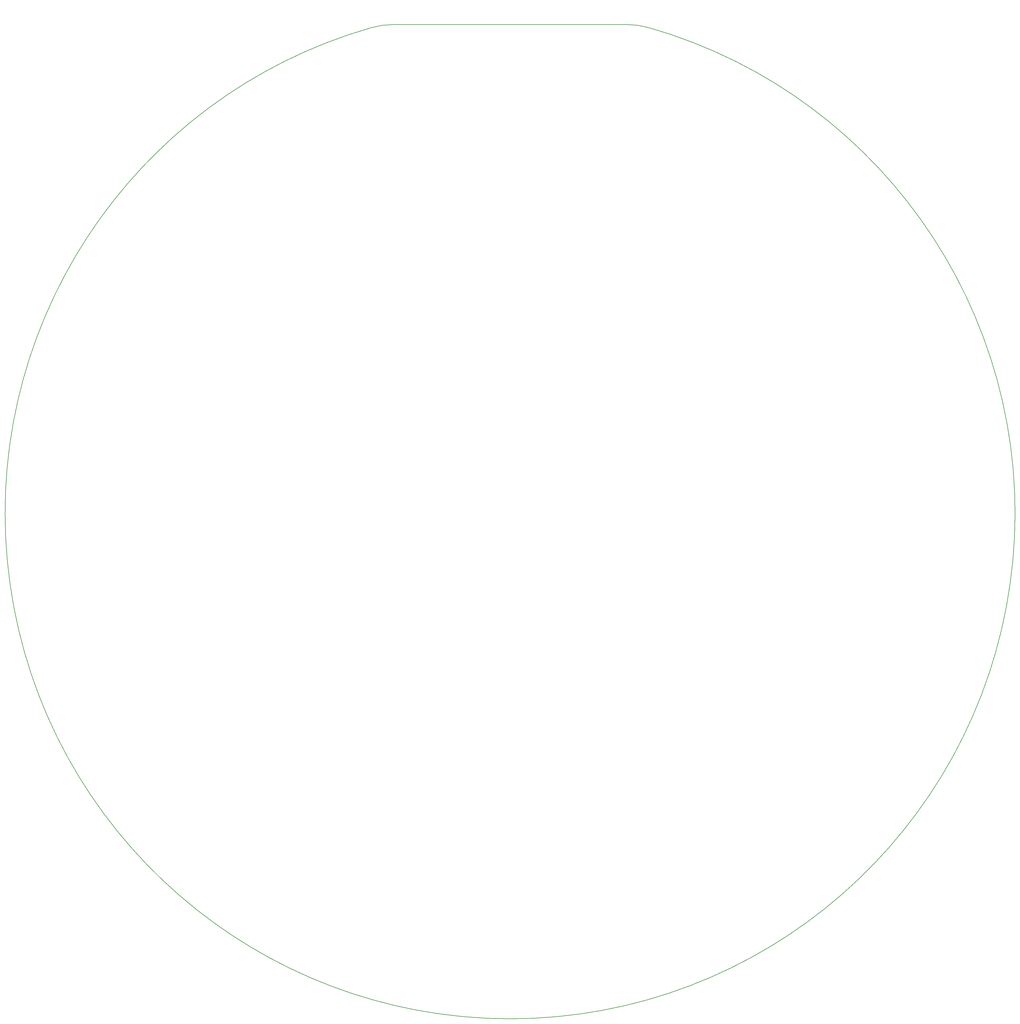
<source format=gbr>
G04 DipTrace 2.3.0.1*
%IN58742_R2_ONYX_BoardOutline.gbr*%
%MOIN*%
%ADD11C,0.006*%
%FSLAX44Y44*%
G04*
G70*
G90*
G75*
G01*
%LNBoardOutline*%
%LPD*%
X37463Y123640D2*
D11*
G03X34759Y124019I-2704J-9467D01*
G01*
X6644D1*
G03X3940Y123640I0J-9845D01*
G01*
G03X37463Y123640I16761J-58677D01*
G01*
D3*
M02*

</source>
